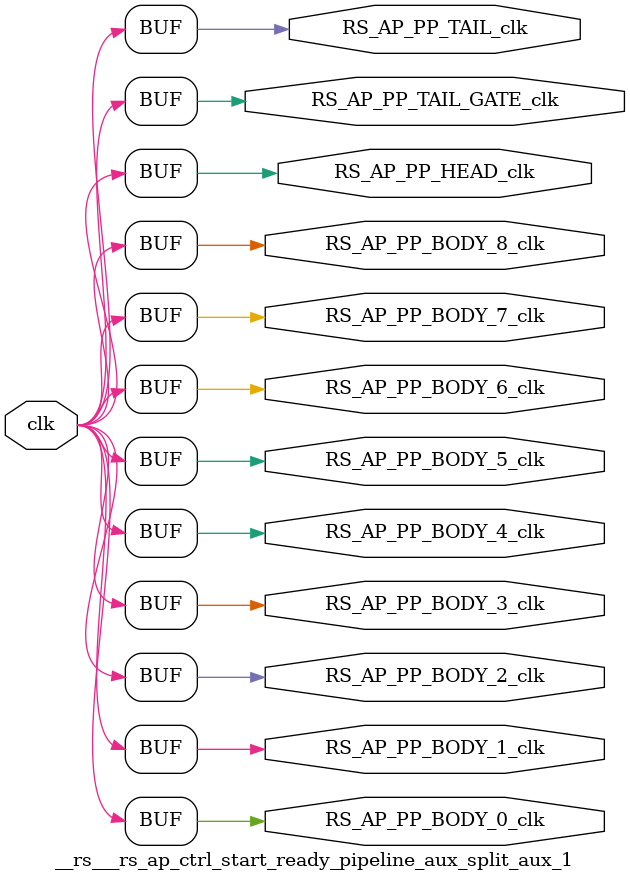
<source format=v>
`timescale 1 ns / 1 ps
module __rs___rs_ap_ctrl_start_ready_pipeline_aux_split_aux_1 #(
    parameter HEAD_LEVEL      = 0,
    parameter BODY_LEVEL      = 2,
    parameter TAIL_LEVEL      = 0,
    parameter __HEAD_REGION   = "",
    parameter __BODY_0_REGION = "",
    parameter __BODY_1_REGION = "",
    parameter __BODY_2_REGION = "",
    parameter __BODY_3_REGION = "",
    parameter __BODY_4_REGION = "",
    parameter __BODY_5_REGION = "",
    parameter __BODY_6_REGION = "",
    parameter __BODY_7_REGION = "",
    parameter __BODY_8_REGION = "",
    parameter __TAIL_REGION   = "",
    parameter GRACE_PERIOD    = ( BODY_LEVEL + HEAD_LEVEL + TAIL_LEVEL ) * 2
) (
    output wire RS_AP_PP_BODY_0_clk,
    output wire RS_AP_PP_BODY_1_clk,
    output wire RS_AP_PP_BODY_2_clk,
    output wire RS_AP_PP_BODY_3_clk,
    output wire RS_AP_PP_BODY_4_clk,
    output wire RS_AP_PP_BODY_5_clk,
    output wire RS_AP_PP_BODY_6_clk,
    output wire RS_AP_PP_BODY_7_clk,
    output wire RS_AP_PP_BODY_8_clk,
    output wire RS_AP_PP_HEAD_clk,
    output wire RS_AP_PP_TAIL_GATE_clk,
    output wire RS_AP_PP_TAIL_clk,
    input wire  clk
);
assign RS_AP_PP_BODY_0_clk = clk;
assign RS_AP_PP_BODY_1_clk = clk;
assign RS_AP_PP_BODY_2_clk = clk;
assign RS_AP_PP_BODY_3_clk = clk;
assign RS_AP_PP_BODY_4_clk = clk;
assign RS_AP_PP_BODY_5_clk = clk;
assign RS_AP_PP_BODY_6_clk = clk;
assign RS_AP_PP_BODY_7_clk = clk;
assign RS_AP_PP_BODY_8_clk = clk;
assign RS_AP_PP_HEAD_clk = clk;
assign RS_AP_PP_TAIL_GATE_clk = clk;
assign RS_AP_PP_TAIL_clk = clk;
endmodule

</source>
